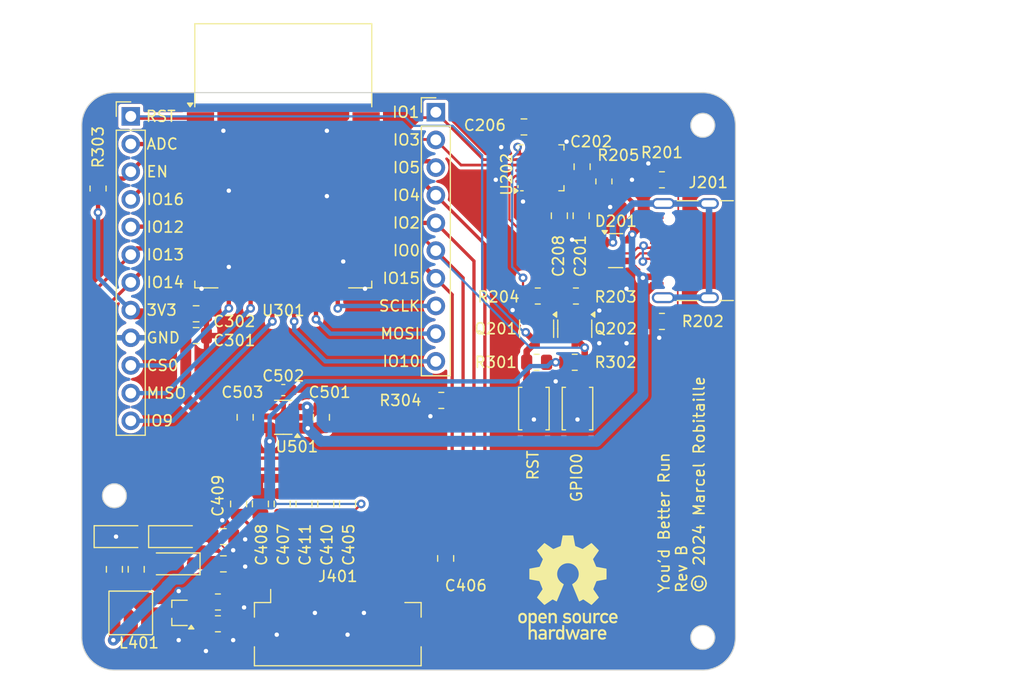
<source format=kicad_pcb>
(kicad_pcb (version 20240108) (generator "pcbnew") (generator_version "8.0")
  (layers (0 "F.Cu" signal) (1 "In1.Cu" signal) (2 "In2.Cu" signal) (31 "B.Cu" signal) (34 "B.Paste" user) (35 "F.Paste" user) (36 "B.SilkS" user "B.Silkscreen") (37 "F.SilkS" user "F.Silkscreen") (38 "B.Mask" user) (39 "F.Mask" user) (44 "Edge.Cuts" user))
  (net 0 "")
  (net 1 "GND")
  (net 2 "/EPD/GDR")
  (net 3 "/EPD/RESE")
  (net 4 "/EPD/VSH2")
  (net 5 "/EPD/SPI.SCLK")
  (net 6 "/EPD/SPI.MOSI")
  (net 7 "/EPD/EPD_RST")
  (net 8 "/EPD/EPD_D{slash}C")
  (net 9 "/EPD/EPD_BUSY")
  (net 10 "/EPD/SPI.~{CS}")
  (net 11 "/MCU/CS0")
  (net 12 "/MCU/MISO")
  (net 13 "/EPD/VDD")
  (net 14 "/EPD/VPP")
  (net 15 "/EPD/VSH1")
  (net 16 "/MCU/SCLK")
  (net 17 "/EPD/VSL")
  (net 18 "/MCU/MOSI")
  (net 19 "/EPD/VCOM")
  (net 20 "/USB/~{RTS}")
  (net 21 "Net-(Q201-B)")
  (net 22 "/MCU/~{RST}")
  (net 23 "/USB/~{DTR}")
  (net 24 "Net-(Q202-B)")
  (net 25 "/USB/VPP")
  (net 26 "/USB/D+")
  (net 27 "/USB/D-")
  (net 28 "/USB/VIO")
  (net 29 "/USB/CC2")
  (net 31 "/USB/CC1")
  (net 32 "/USB/5V")
  (net 33 "/EPD/3V3")
  (net 34 "/EPD/PREVGH")
  (net 35 "Net-(D401-A)")
  (net 36 "Net-(D402-A)")
  (net 37 "/EPD/PREVGL")
  (net 38 "/MCU/RXD")
  (net 39 "/MCU/TXD")
  (net 40 "/MCU/ADC")
  (net 41 "/MCU/GPIO10")
  (net 42 "/MCU/GPIO9")
  (net 43 "/USB/SHIELD")
  (net 44 "/MCU/GPIO5")
  (net 49 "/MCU/GPIO16")
  (net 61 "/MCU/EN")
  (net 62 "/MCU/GPIO12")
  (net 64 "/LDO/BYP")
  (net 65 "/USB/CP2104_~{RST}")
  (footprint "Capacitor_SMD:C_0805_2012Metric" (layer "F.Cu") (at 114.5 83.3 90)
    (property "Reference" "C501")
    (property "Value" "1u")
  )
  (footprint "Capacitor_SMD:C_0603_1608Metric" (layer "F.Cu") (at 111 80.8 180)
    (property "Reference" "C502")
    (property "Value" "10n	")
  )
  (footprint "Resistor_SMD:R_0805_2012Metric" (layer "F.Cu") (at 140.425 61.65 90)
    (property "Reference" "R205")
    (property "Value" "4k7")
  )
  (footprint "Capacitor_SMD:C_0805_2012Metric" (layer "F.Cu") (at 114.9 91.25 90)
    (property "Reference" "C410")
    (property "Value" "1u")
  )
  (footprint "Resistor_SMD:R_0805_2012Metric" (layer "F.Cu") (at 125.5 81.75 180)
    (property "Reference" "R304")
    (property "Value" "10k")
  )
  (footprint "Capacitor_SMD:C_0805_2012Metric" (layer "F.Cu") (at 105.5 94.25)
    (property "Reference" "C404" (hide yes))
    (property "Value" "4u7")
  )
  (footprint "Capacitor_SMD:C_0805_2012Metric" (layer "F.Cu") (at 103 75.8)
    (property "Reference" "C301")
    (property "Value" "10u")
  )
  (footprint "Capacitor_SMD:C_0805_2012Metric" (layer "F.Cu") (at 97.5 97.25 -90)
    (property "Reference" "C403" (hide yes))
    (property "Value" "4u7")
  )
  (footprint "Capacitor_SMD:C_0805_2012Metric" (layer "F.Cu") (at 133.0875 56.65 180)
    (property "Reference" "C206")
    (property "Value" "4u7")
  )
  (footprint "Resistor_SMD:R_0805_2012Metric" (layer "F.Cu") (at 134.25 78.25)
    (property "Reference" "R301")
    (property "Value" "10k")
  )
  (footprint "youdbetterrun:L_4x4x2.6" (layer "F.Cu") (at 97 101.25 90)
    (property "Reference" "L401")
    (property "Value" "10u")
  )
  (footprint "Capacitor_SMD:C_0805_2012Metric" (layer "F.Cu") (at 136.3375 64.8 -90)
    (property "Reference" "C208")
    (property "Value" "100n")
  )
  (footprint "Resistor_SMD:R_0805_2012Metric" (layer "F.Cu") (at 105 102.25)
    (property "Reference" "R402" (hide yes))
    (property "Value" "1M")
  )
  (footprint "youdbetterrun:OSHW_LOGO" (layer "F.Cu") (at 132.56787 94.136201)
    (property "Reference" "REF**" (hide yes))
    (property "Value" "OSHW_LOGO" (hide yes))
  )
  (footprint "Capacitor_SMD:C_0805_2012Metric" (layer "F.Cu") (at 95.5 97.25 90)
    (property "Reference" "C402" (hide yes))
    (property "Value" "4u7")
  )
  (footprint "Capacitor_SMD:C_0805_2012Metric" (layer "F.Cu") (at 138.3375 64.8 -90)
    (property "Reference" "C201")
    (property "Value" "4u7")
  )
  (footprint "Diode_SMD:D_SOD-123" (layer "F.Cu") (at 96 94.25)
    (property "Reference" "D402" (hide yes))
    (property "Value" "MBR0530")
  )
  (footprint "Capacitor_SMD:C_0805_2012Metric" (layer "F.Cu") (at 110.9 91.25 90)
    (property "Reference" "C407")
    (property "Value" "4u7")
  )
  (footprint "Diode_SMD:D_SOD-123" (layer "F.Cu") (at 101 94.25)
    (property "Reference" "D403" (hide yes))
    (property "Value" "MBR0530")
  )
  (footprint "Capacitor_SMD:C_0805_2012Metric" (layer "F.Cu") (at 116.9 91.25 90)
    (property "Reference" "C405")
    (property "Value" "4u7")
  )
  (footprint "youdbetterrun:USB_C_Receptacle_G-Switch_GT-USB-7010ASV" (layer "F.Cu") (at 149 68 90)
    (property "Reference" "J201")
    (property "Value" "GT-USB-7010ASV ")
  )
  (footprint "Package_TO_SOT_SMD:SOT-23-3" (layer "F.Cu") (at 137.75 75.16875 -90)
    (property "Reference" "Q202")
    (property "Value" "S8050")
  )
  (footprint "Resistor_SMD:R_0805_2012Metric" (layer "F.Cu") (at 134.35625 72.16875)
    (property "Reference" "R204")
    (property "Value" "12k")
  )
  (footprint "Resistor_SMD:R_0805_2012Metric" (layer "F.Cu") (at 137.85625 72.16875 180)
    (property "Reference" "R203")
    (property "Value" "12k")
  )
  (footprint "Capacitor_SMD:C_0805_2012Metric" (layer "F.Cu") (at 106.9 91.25 90)
    (property "Reference" "C409")
    (property "Value" "1u")
  )
  (footprint "Resistor_SMD:R_0805_2012Metric" (layer "F.Cu") (at 145.75 74.5)
    (property "Reference" "R202")
    (property "Value" "5k1")
  )
  (footprint "youdbetterrun:TS-1088R-02026_SW_SMD_3x4mm" (layer "F.Cu") (at 134 82.5 90)
    (property "Reference" "SW301" (hide yes))
    (property "Value" "TS-1088R-02026")
  )
  (footprint "RF_Module:ESP-12E" (layer "F.Cu") (at 111 59.3)
    (property "Reference" "U301")
    (property "Value" "ESP-12F")
  )
  (footprint "Connector_PinHeader_2.54mm:PinHeader_1x10_P2.54mm_Vertical" (layer "F.Cu") (at 125 55.3)
    (property "Reference" "J302" (hide yes))
    (property "Value" "Conn_01x10_Pin")
  )
  (footprint "Capacitor_SMD:C_0805_2012Metric" (layer "F.Cu") (at 105.5 96.75)
    (property "Reference" "C401" (hide yes))
    (property "Value" "4u7")
  )
  (footprint "Package_TO_SOT_SMD:SOT-23-5" (layer "F.Cu") (at 111 83.3 180)
    (property "Reference" "U501")
    (property "Value" "SPX3819M5-L-3-3")
  )
  (footprint "Capacitor_SMD:C_0805_2012Metric" (layer "F.Cu") (at 108.9 91.25 90)
    (property "Reference" "C408")
    (property "Value" "4u7")
  )
  (footprint "Capacitor_SMD:C_0805_2012Metric" (layer "F.Cu") (at 103 73.8)
    (property "Reference" "C302")
    (property "Value" "100n")
  )
  (footprint "Resistor_SMD:R_0805_2012Metric" (layer "F.Cu") (at 137.75 78.25)
    (property "Reference" "R302")
    (property "Value" "10k")
  )
  (footprint "Connector_PinHeader_2.54mm:PinHeader_1x12_P2.54mm_Vertical" (layer "F.Cu") (at 97 55.68)
    (property "Reference" "J301" (hide yes))
    (property "Value" "Conn_01x05_Pin")
  )
  (footprint "Diode_SMD:D_SOD-123" (layer "F.Cu") (at 101 96.75 180)
    (property "Reference" "D401" (hide yes))
    (property "Value" "MBR0530")
  )
  (footprint "Package_TO_SOT_SMD:SOT-323_SC-70" (layer "F.Cu") (at 101.5 101.25 180)
    (property "Reference" "Q401" (hide yes))
    (property "Value" "Q_NMOS_GSD")
  )
  (footprint "youdbetterrun:TS-1088R-02026_SW_SMD_3x4mm" (layer "F.Cu") (at 138 82.5 90)
    (property "Reference" "SW302" (hide yes))
    (property "Value" "TS-1088R-02026")
  )
  (footprint "Capacitor_SMD:C_0805_2012Metric" (layer "F.Cu") (at 107.5 83.3 90)
    (property "Reference" "C503")
    (property "Value" "10u")
  )
  (footprint "Resistor_SMD:R_0805_2012Metric" (layer "F.Cu") (at 145.75 61.5)
    (property "Reference" "R201")
    (property "Value" "5k1")
  )
  (footprint "Capacitor_SMD:C_0805_2012Metric" (layer "F.Cu") (at 112.9 91.25 90)
    (property "Reference" "C411")
    (property "Value" "4u7")
  )
  (footprint "Resistor_SMD:R_0805_2012Metric" (layer "F.Cu") (at 94 62.3 -90)
    (property "Reference" "R303")
    (property "Value" "10k")
  )
  (footprint "Capacitor_SMD:C_0805_2012Metric" (layer "F.Cu") (at 125.9 96.25 90)
    (property "Reference" "C406")
    (property "Value" "4u7")
  )
  (footprint "Connector_FFC-FPC:Hirose_FH12-24S-0.5SH_1x24-1MP_P0.50mm_Horizontal" (layer "F.Cu") (at 116 101.6)
    (property "Reference" "J401")
    (property "Value" "FH12A-24S-0.5SH(55) ")
  )
  (footprint "Capacitor_SMD:C_0805_2012Metric" (layer "F.Cu") (at 138.425 60.3 90)
    (property "Reference" "C202")
    (property "Value" "100n")
  )
  (footprint "Resistor_SMD:R_0805_2012Metric" (layer "F.Cu") (at 105 100.25)
    (property "Reference" "R401" (hide yes))
    (property "Value" "470m")
  )
  (footprint "Package_DFN_QFN:QFN-24-1EP_4x4mm_P0.5mm_EP2.6x2.6mm" (layer "F.Cu") (at 134.65 60.4 90)
    (property "Reference" "U202")
    (property "Value" "CP2104")
  )
  (footprint "Package_TO_SOT_SMD:SOT-143" (layer "F.Cu") (at 141.5 68)
    (property "Reference" "D201")
    (property "Value" "SP0503BAHT")
  )
  (footprint "Package_TO_SOT_SMD:SOT-23-3" (layer "F.Cu") (at 134.25 75.16875 -90)
    (property "Reference" "Q201")
    (property "Value" "S8050")
  )
  (gr_arc (start 92.5 56.5) (mid 93.37868 54.37868) (end 95.5 53.5) (stroke (width 0.1)) (layer "Edge.Cuts"))
  (gr_line (start 149.5 106.5) (end 95.5 106.5) (stroke (width 0.1)) (layer "Edge.Cuts"))
  (gr_arc (start 149.5 53.5) (mid 151.62132 54.37868) (end 152.5 56.5) (stroke (width 0.1)) (layer "Edge.Cuts"))
  (gr_arc (start 95.5 106.5) (mid 93.37868 105.62132) (end 92.5 103.5) (stroke (width 0.1)) (layer "Edge.Cuts"))
  (gr_arc (start 152.5 103.5) (mid 151.62132 105.62132) (end 149.5 106.5) (stroke (width 0.1)) (layer "Edge.Cuts"))
  (gr_line (start 149.5 53.5) (end 95.5 53.5) (stroke (width 0.1)) (layer "Edge.Cuts"))
  (gr_circle (center 149.5 103.5) (end 150.6 103.5) (stroke (width 0.1)) (fill none) (layer "Edge.Cuts"))
  (gr_circle (center 149.5 56.5) (end 150.6 56.5) (stroke (width 0.1)) (fill none) (layer "Edge.Cuts"))
  (gr_line (start 152.5 103.5) (end 152.5 56.5) (stroke (width 0.1)) (layer "Edge.Cuts"))
  (gr_circle (center 95.5 90.5) (end 96.6 90.5) (stroke (width 0.1)) (fill none) (layer "Edge.Cuts"))
  (gr_line (start 92.5 56.5) (end 92.5 103.5) (stroke (width 0.1)) (layer "Edge.Cuts"))
  (gr_text "IO5" (at 123.64 60.38 0) (layer "F.SilkS") (effects (font (size 1 1)) (justify right)))
  (gr_text "IO15" (at 123.64 70.54 0) (layer "F.SilkS") (effects (font (size 1 1)) (justify right)))
  (gr_text "IO9" (at 98.3 83.62 0) (layer "F.SilkS") (effects (font (size 1 1)) (justify left)))
  (gr_text "ADC" (at 98.36 58.22 0) (layer "F.SilkS") (effects (font (size 1 1)) (justify left)))
  (gr_text "CS0" (at 98.36 78.54 0) (layer "F.SilkS") (effects (font (size 1 1)) (justify left)))
  (gr_text "MOSI" (at 123.64 75.62 0) (layer "F.SilkS") (effects (font (size 1 1)) (justify right)))
  (gr_text "GPIO0" (at 138.5 86.5 90) (layer "F.SilkS") (effects (font (size 1 1)) (justify right bottom)))
  (gr_text "GND" (at 98.36 76 0) (layer "F.SilkS") (effects (font (size 1 1)) (justify left)))
  (gr_text "RST" (at 98.3 55.68 0) (layer "F.SilkS") (effects (font (size 1 1)) (justify left)))
  (gr_text "You'd Better Run\nRev B\n© 2024 Marcel Robitaille" (at 149.75 99.5 90) (layer "F.SilkS") (effects (font (size 1 1)) (justify left bottom)))
  (gr_text "IO12" (at 98.36 65.84 0) (layer "F.SilkS") (effects (font (size 1 1)) (justify left)))
  (gr_text "IO13" (at 98.36 68.38 0) (layer "F.SilkS") (effects (font (size 1 1)) (justify left)))
  (gr_text "IO2" (at 123.64 65.46 0) (layer "F.SilkS") (effects (font (size 1 1)) (justify right)))
  (gr_text "IO10" (at 123.64 78.16 0) (layer "F.SilkS") (effects (font (size 1 1)) (justify right)))
  (gr_text "MISO" (at 98.36 81.08 0) (layer "F.SilkS") (effects (font (size 1 1)) (justify left)))
  (gr_text "IO3" (at 123.64 57.84 0) (layer "F.SilkS") (effects (font (size 1 1)) (justify right)))
  (gr_text "IO14" (at 98.36 70.92 0) (layer "F.SilkS") (effects (font (size 1 1)) (justify left)))
  (gr_text "SCLK" (at 123.64 73.08 0) (layer "F.SilkS") (effects (font (size 1 1)) (justify right)))
  (gr_text "IO4" (at 123.64 62.92 0) (layer "F.SilkS") (effects (font (size 1 1)) (justify right)))
  (gr_text "3V3" (at 98.36 73.46 0) (layer "F.SilkS") (effects (font (size 1 1)) (justify left)))
  (gr_text "RST" (at 134.5 86.25 90) (layer "F.SilkS") (effects (font (size 1 1)) (justify right bottom)))
  (gr_text "EN" (at 98.36 60.76 0) (layer "F.SilkS") (effects (font (size 1 1)) (justify left)))
  (gr_text "IO16" (at 98.36 63.3 0) (layer "F.SilkS") (effects (font (size 1 1)) (justify left)))
  (gr_text "IO1" (at 123.58 55.3 0) (layer "F.SilkS") (effects (font (size 1 1)) (justify right)))
  (gr_text "IO0" (at 123.64 68 0) (layer "F.SilkS") (effects (font (size 1 1)) (justify right)))
  (segment (start 112.1375 83.3) (end 111.475001 83.3) (width 0.4) (layer "F.Cu") (net 1))
  (segment (start 108.45 83.3) (end 112.1375 83.3) (width 0.4) (layer "F.Cu") (net 1))
  (segment (start 106.45 93.8) (end 106.45 94.25) (width 0.4) (layer "F.Cu") (net 1))
  (segment (start 136.3375 65.8375) (end 137.5 67) (width 0.6) (layer "F.Cu") (net 1))
  (segment (start 111.643026 83.3) (end 111.045059 82.702033) (width 0.4) (layer "F.Cu") (net 1))
  (segment (start 105.4 92.75) (end 106.45 93.8) (width 0.4) (layer "F.Cu") (net 1))
  (segment (start 145.275 71.2) (end 145.030786 71.2) (width 0.6) (layer "F.Cu") (net 1))
  (segment (start 136.3375 65.75) (end 136.3375 65.8375) (width 0.6) (layer "F.Cu") (net 1))
  (segment (start 144.325 71.905786) (end 144.325 73.9875) (width 0.6) (layer "F.Cu") (net 1))
  (segment (start 101.4 99.25) (end 101.4 103.75) (width 0.2032) (layer "F.Cu") (net 1))
  (segment (start 114.5 82.35) (end 113.55 83.3) (width 0.4) (layer "F.Cu") (net 1))
  (segment (start 118.25 101.1) (end 118.4 101.25) (width 0.3) (layer "F.Cu") (net 1))
  (segment (start 133.9 62.3375) (end 133.9 61.15) (width 0.2032) (layer "F.Cu") (net 1))
  (segment (start 107.5 82.35) (end 108.45 83.3) (width 0.4) (layer "F.Cu") (net 1))
  (segment (start 112.1375 83.3) (end 111.643026 83.3) (width 0.4) (layer "F.Cu") (net 1))
  (segment (start 144.325 62.0125) (end 144.8375 61.5) (width 0.6) (layer "F.Cu") (net 1))
  (segment (start 144.325 64.325) (end 144.325 62.0125) (width 0.6) (layer "F.Cu") (net 1))
  (segment (start 113.75 99.75) (end 113.75 101.1) (width 0.3) (layer "F.Cu") (net 1))
  (segment (start 133.9 61.15) (end 134.65 60.4) (width 0.2032) (layer "F.Cu") (net 1))
  (segment (start 111.045059 81.529941) (end 111.775 80.8) (width 0.4) (layer "F.Cu") (net 1))
  (segment (start 133.9 62.8375) (end 133.3375 63.4) (width 0.2032) (layer "F.Cu") (net 1))
  (segment (start 133.9 62.3375) (end 133.9 62.8375) (width 0.2032) (layer "F.Cu") (net 1))
  (segment (start 118.25 99.75) (end 118.25 101.1) (width 0.3) (layer "F.Cu") (net 1))
  (segment (start 111.045059 82.702033) (end 111.045059 81.529941) (width 0.4) (layer "F.Cu") (net 1))
  (segment (start 113.75 101.1) (end 113.9 101.25) (width 0.3) (layer "F.Cu") (net 1))
  (segment (start 113.55 83.3) (end 112.1375 83.3) (width 0.4) (layer "F.Cu") (net 1))
  (segment (start 145.275 64.8) (end 144.8 64.8) (width 0.6) (layer "F.Cu") (net 1))
  (segment (start 145.030786 71.2) (end 144.325 71.905786) (width 0.6) (layer "F.Cu") (net 1))
  (segment (start 144.8 64.8) (end 144.325 64.325) (width 0.6) (layer "F.Cu") (net 1))
  (segment (start 111.475001 83.3) (end 111 83.775001) (width 0.4) (layer "F.Cu") (net 1))
  (segment (start 144.325 73.9875) (end 144.8375 74.5) (width 0.6) (layer "F.Cu") (net 1))
  (via (at 113.9 101.25) (size 0.8) (drill 0.4) (layers "F.Cu" "B.Cu") (net 1))
  (via (at 141 64) (size 0.8) (drill 0.4) (layers "F.Cu" "B.Cu") (net 1))
  (via (at 140 76.5) (size 0.8) (drill 0.4) (layers "F.Cu" "B.Cu") (net 1))
  (via (at 137.5 67) (size 0.8) (drill 0.4) (layers "F.Cu" "B.Cu") (net 1))
  (via (at 145.5 76) (size 0.8) (drill 0.4) (layers "F.Cu" "B.Cu") (net 1))
  (via (at 136 80) (size 0.8) (drill 0.4) (layers "F.Cu" "B.Cu") (net 1))
  (via (at 143 61.5) (size 0.8) (drill 0.4) (layers "F.Cu" "B.Cu") (net 1))
  (via (at 116.5 69) (size 0.8) (drill 0.4) (layers "F.Cu" "B.Cu") (net 1))
  (via (at 106 62.5) (size 0.8) (drill 0.4) (layers "F.Cu" "B.Cu") (net 1))
  (via (at 115 57) (size 0.8) (drill 0.4) (layers "F.Cu" "B.Cu") (net 1))
  (via (at 118.4 101.25) (size 0.8) (drill 0.4) (layers "F.Cu" "B.Cu") (net 1))
  (via (at 107.5 97) (size 0.8) (drill 0.4) (layers "F.Cu" "B.Cu") (net 1))
  (via (at 103.5 71.5) (size 0.8) (drill 0.4) (layers "F.Cu" "B.Cu") (net 1))
  (via (at 106.4 95.5) (size 0.8) (drill 0.4) (layers "F.Cu" "B.Cu") (net 1))
  (via (at 137 58) (size 0.8) (drill 0.4) (layers "F.Cu" "B.Cu") (net 1))
  (via (at 101.4 103.75) (size 0.8) (drill 0.4) (layers "F.Cu" "B.Cu") (net 1))
  (via (at 105.4 92.75) (size 0.8) (drill 0.4) (layers "F.Cu" "B.Cu") (net 1))
  (via (at 95.65 94.25) (size 0.8) (drill 0.4) (layers "F.Cu" "B.Cu") (net 1))
  (via (at 134 83.5) (size 0.8) (drill 0.4) (layers "F.Cu" "B.Cu") (net 1))
  (via (at 116.9 103.25) (size 0.8) (drill 0.4) (layers "F.Cu" "B.Cu") (net 1))
  (via (at 106.4 103.75) (size 0.8) (drill 0.4) (layers "F.Cu" "B.Cu") (net 1))
  (via (at 110.4 103.25) (size 0.8) (drill 0.4) (layers "F.Cu" "B.Cu") (net 1))
  (via (at 131 58.5) (size 0.8) (drill 0.4) (layers "F.Cu" "B.Cu") (net 1))
  (via (at 101.4 99.25) (size 0.8) (drill 0.4) (layers "F.Cu" "B.Cu") (net 1))
  (via (at 105.5 57) (size 0.8) (drill 0.4) (layers "F.Cu" "B.Cu") (net 1))
  (via (at 133 63.5) (size 0.8) (drill 0.4) (layers "F.Cu" "B.Cu") (net 1))
  (via (at 140 73.5) (size 0.8) (drill 0.4) (layers "F.Cu" "B.Cu") (net 1))
  (via (at 142.5 76.5) (size 0.8) (drill 0.4) (layers "F.Cu" "B.Cu") (net 1))
  (via (at 118.5 71.5) (size 0.8) (drill 0.4) (layers "F.Cu" "B.Cu") (net 1))
  (via (at 132.046369 73.461359) (size 0.8) (drill 0.4) (layers "F.Cu" "B.Cu") (net 1))
  (via (at 106 69.5) (size 0.8) (drill 0.4) (layers "F.Cu" "B.Cu") (net 1))
  (via (at 142.5 71.5) (size 0.8) (drill 0.4) (layers "F.Cu" "B.Cu") (net 1))
  (via (at 115 63) (size 0.8) (drill 0.4) (layers "F.Cu" "B.Cu") (net 1))
  (via (at 107.4 100.75) (size 0.8) (drill 0.4) (layers "F.Cu" "B.Cu") (net 1))
  (via (at 138 83.5) (size 0.8) (drill 0.4) (layers "F.Cu" "B.Cu") (net 1))
  (via (at 144.5 60) (size 0.8) (drill 0.4) (layers "F.Cu" "B.Cu") (net 1))
  (via (at 107.5 94.5) (size 0.8) (drill 0.4) (layers "F.Cu" "B.Cu") (net 1))
  (via (at 130.5 61.5) (size 0.8) (drill 0.4) (layers "F.Cu" "B.Cu") (net 1))
  (via (at 103.9 104.75) (size 0.8) (drill 0.4) (layers "F.Cu" "B.Cu") (net 1))
  (via (at 124.5 83.2) (size 0.8) (drill 0.4) (layers "F.Cu" "B.Cu") (net 1))
  (segment (start 102.5 101.9) (end 103.7375 101.9) (width 0.3) (layer "F.Cu") (net 2))
  (segment (start 104.0875 103.2675) (end 104.0875 102.25) (width 0.3) (layer "F.Cu") (net 2))
  (segment (start 119.39 105.76) (end 106.58 105.76) (width 0.3) (layer "F.Cu") (net 2))
  (segment (start 106.58 105.76) (end 104.0875 103.2675) (width 0.3) (layer "F.Cu") (net 2))
  (segment (start 121.25 99.75) (end 121.25 103.9) (width 0.3) (layer "F.Cu") (net 2))
  (segment (start 121.25 103.9) (end 119.39 105.76) (width 0.3) (layer "F.Cu") (net 2))
  (segment (start 103.7375 101.9) (end 104.0875 102.25) (width 0.3) (layer "F.Cu") (net 2))
  (segment (start 109.7738 101.6238) (end 109.2738 101.6238) (width 0.1524) (layer "F.Cu") (net 3))
  (segment (start 119.25 102.25) (end 110.4 102.25) (width 0.1524) (layer "F.Cu") (net 3))
  (segment (start 109.2738 101.6238) (end 106.9238 99.2738) (width 0.1524) (layer "F.Cu") (net 3))
  (segment (start 120.75 99.75) (end 120.75 100.75) (width 0.1524) (layer "F.Cu") (net 3))
  (segment (start 105.1238 99.575114) (end 105.1238 100.25) (width 0.1524) (layer "F.Cu") (net 3))
  (segment (start 103.7375 100.6) (end 104.0875 100.25) (width 0.3) (layer "F.Cu") (net 3))
  (segment (start 110.4 102.25) (end 109.7738 101.6238) (width 0.1524) (layer "F.Cu") (net 3))
  (segment (start 106.9238 99.2738) (end 105.425114 99.2738) (width 0.1524) (layer "F.Cu") (net 3))
  (segment (start 120.75 100.75) (end 119.25 102.25) (width 0.1524) (layer "F.Cu") (net 3))
  (segment (start 105.1238 100.25) (end 104.0875 100.25) (width 0.1524) (layer "F.Cu") (net 3))
  (segment (start 102.5 100.6) (end 103.7375 100.6) (width 0.3) (layer "F.Cu") (net 3))
  (segment (start 105.425114 99.2738) (end 105.1238 99.575114) (width 0.1524) (layer "F.Cu") (net 3))
  (segment (start 119.75 98.75) (end 119.75 99.75) (width 0.3) (layer "F.Cu") (net 4))
  (segment (start 120 98.5) (end 119.75 98.75) (width 0.3) (layer "F.Cu") (net 4))
  (segment (start 123.3 97.2) (end 122 98.5) (width 0.3) (layer "F.Cu") (net 4))
  (segment (start 125.9 97.2) (end 123.3 97.2) (width 0.3) (layer "F.Cu") (net 4))
  (segment (start 122 98.5) (end 120 98.5) (width 0.3) (layer "F.Cu") (net 4))
  (segment (start 104.15 63.8) (end 105.05 64.7) (width 0.4) (layer "F.Cu") (net 5))
  (segment (start 99.22 68.7) (end 97 70.92) (width 0.4) (layer "F.Cu") (net 5))
  (segment (start 115.75 99.75) (end 115.75 96.75) (width 0.3) (layer "F.Cu") (net 5))
  (segment (start 105.05 68.7) (end 99.22 68.7) (width 0.4) (layer "F.Cu") (net 5))
  (segment (start 94.5 73.42) (end 97 70.92) (width 0.3) (layer "F.Cu") (net 5))
  (segment (start 118.55 87.05) (end 97.05 87.05) (width 0.3) (layer "F.Cu") (net 5))
  (segment (start 120 92.5) (end 120 88.5) (width 0.3) (layer "F.Cu") (net 5))
  (segment (start 120 88.5) (end 118.55 87.05) (width 0.3) (layer "F.Cu") (net 5))
  (segment (start 105.05 64.7) (end 105.05 68.7) (width 0.4) (layer "F.Cu") (net 5))
  (segment (start 94.5 84.5) (end 94.5 73.42) (width 0.3) (layer "F.Cu") (net 5))
  (segment (start 97.05 87.05) (end 94.5 84.5) (width 0.3) (layer "F.Cu") (net 5))
  (segment (start 103.4 63.8) (end 104.15 63.8) (width 0.4) (layer "F.Cu") (net 5))
  (segment (start 115.75 96.75) (end 120 92.5) (width 0.3) (layer "F.Cu") (net 5))
  (segment (start 115.25 99.75) (end 115.25 95.825) (width 0.3) (layer "F.Cu") (net 6))
  (segment (start 93.75 71.63) (end 97 68.38) (width 0.3) (layer "F.Cu") (net 6))
  (segment (start 119.25 89.05) (end 118.25 88.05) (width 0.3) (layer "F.Cu") (net 6))
  (segment (start 96.55 88.05) (end 93.75 85.25) (width 0.3) (layer "F.Cu") (net 6))
  (segment (start 103.4 67.8) (end 97.58 67.8) (width 0.4) (layer "F.Cu") (net 6))
  (segment (start 119.25 91.825) (end 119.25 89.05) (width 0.3) (layer "F.Cu") (net 6))
  (segment (start 93.75 85.25) (end 93.75 71.63) (width 0.3) (layer "F.Cu") (net 6))
  (segment (start 118.25 88.05) (end 96.55 88.05) (width 0.3) (layer "F.Cu") (net 6))
  (segment (start 115.25 95.825) (end 119.25 91.825) (width 0.3) (layer "F.Cu") (net 6))
  (segment (start 97.58 67.8) (end 97 68.38) (width 0.4) (layer "F.Cu") (net 6))
  (segment (start 118.085787 97.5) (end 117.25 98.335787) (width 0.3) (layer "F.Cu") (net 7))
  (segment (start 125 65.46) (end 118.94 65.46) (width 0.4) (layer "F.Cu") (net 7))
  (segment (start 119 97.5) (end 118.085787 97.5) (width 0.3) (layer "F.Cu") (net 7))
  (segment (start 128.5 68.96) (end 128.5 88) (width 0.3) (layer "F.Cu") (net 7))
  (segment (start 128.5 88) (end 119 97.5) (width 0.3) (layer "F.Cu") (net 7))
  (segment (start 117.25 98.335787) (end 117.25 99.75) (width 0.3) (layer "F.Cu") (net 7))
  (segment (start 125 65.46) (end 128.5 68.96) (width 0.3) (layer "F.Cu") (net 7))
  (segment (start 118.94 65.46) (end 118.6 65.8) (width 0.4) (layer "F.Cu") (net 7))
  (segment (start 137.75 76.30625) (end 138.05625 76.30625) (width 0.6) (layer "F.Cu") (net 8))
  (segment (start 118.378681 96.5) (end 118.5 96.5) (width 0.3) (layer "F.Cu") (net 8))
  (segment (start 138.05625 76.30625) (end 138.6625 76.9125) (width 0.6) (layer "F.Cu") (net 8))
  (segment (start 125.2 68) (end 125 68) (width 0.3) (layer "F.Cu") (net 8))
  (segment (start 127.5 70.5) (end 125 68) (width 0.3) (layer "F.Cu") (net 8))
  (segment (start 117.3 66.95) (end 123.95 66.95) (width 0.3) (layer "F.Cu") (net 8))
  (segment (start 117 64.65) (end 117 66.65) (width 0.3) (layer "F.Cu") (net 8))
  (segment (start 118.6 63.8) (end 117.85 63.8) (width 0.3) (layer "F.Cu") (net 8))
  (segment (start 116.75 98.128681) (end 118.378681 96.5) (width 0.3) (layer "F.Cu") (net 8))
  (segment (start 138.6625 76.9125) (end 138.6625 78.25) (width 0.6) (layer "F.Cu") (net 8))
  (segment (start 138.6625 79.6125) (end 138 80.275) (width 0.6) (layer "F.Cu") (net 8))
  (segment (start 123.95 66.95) (end 124.646447 67.646447) (width 0.3) (layer "F.Cu") (net 8))
  (segment (start 117 66.65) (end 117.3 66.95) (width 0.3) (layer "F.Cu") (net 8))
  (segment (start 127.5 87.5) (end 127.5 70.5) (width 0.3) (layer "F.Cu") (net 8))
  (segment (start 118.5 96.5) (end 127.5 87.5) (width 0.3) (layer "F.Cu") (net 8))
  (segment (start 116.75 99.75) (end 116.75 98.128681) (width 0.3) (layer "F.Cu") (net 8))
  (segment (start 138.6625 78.25) (end 138.6625 79.6125) (width 0.6) (layer "F.Cu") (net 8))
  (segment (start 117.85 63.8) (end 117 64.65) (width 0.3) (layer "F.Cu") (net 8))
  (via (at 138.6625 76.9125) (size 0.8) (drill 0.4) (layers "F.Cu" "B.Cu") (net 8))
  (segment (start 138.6625 76.9125) (end 133.670287 76.9125) (width 0.2032) (layer "B.Cu") (net 8))
  (segment (start 125 68.242213) (end 125 68) (width 0.2032) (layer "B.Cu") (net 8))
  (segment (start 133.670287 76.9125) (end 125 68.242213) (width 0.2032) (layer "B.Cu") (net 8))
  (segment (start 129.5 88.5) (end 120 98) (width 0.3) (layer "F.Cu") (net 9))
  (segment (start 120 98) (end 118.292893 98) (width 0.3) (layer "F.Cu") (net 9))
  (segment (start 124.19 62.11) (end 123.88 61.8) (width 0.4) (layer "F.Cu") (net 9))
  (segment (start 123.88 61.8) (end 118.6 61.8) (width 0.4) (layer "F.Cu") (net 9))
  (segment (start 118.292893 98) (end 117.75 98.542893) (width 0.3) (layer "F.Cu") (net 9))
  (segment (start 125 62.92) (end 124.19 62.11) (width 0.4) (layer "F.Cu") (net 9))
  (segment (start 129.5 67.42) (end 129.5 88.5) (width 0.3) (layer "F.Cu") (net 9))
  (segment (start 117.75 98.542893) (end 117.75 99.75) (width 0.3) (layer "F.Cu") (net 9))
  (segment (start 124.19 62.11) (end 129.5 67.42) (width 0.3) (layer "F.Cu") (net 9))
  (segment (start 118.6875 67.8875) (end 118.6 67.8) (width 0.4) (layer "F.Cu") (net 10))
  (segment (start 122.3475 67.8875) (end 121.5 67.8875) (width 0.4) (layer "F.Cu") (net 10))
  (segment (start 125 70.54) (end 126.5 72.04) (width 0.3) (layer "F.Cu") (net 10))
  (segment (start 125 70.54) (end 122.3475 67.8875) (width 0.4) (layer "F.Cu") (net 10))
  (segment (start 121.5 67.8875) (end 118.6875 67.8875) (width 0.4) (layer "F.Cu") (net 10))
  (segment (start 126.5 72.04) (end 126.5 87) (width 0.3) (layer "F.Cu") (net 10))
  (segment (start 126.5 87) (end 116.25 97.25) (width 0.3) (layer "F.Cu") (net 10))
  (segment (start 116.25 97.25) (end 116.25 99.75) (width 0.3) (layer "F.Cu") (net 10))
  (segment (start 106 73.3) (end 106 71.3) (width 0.4) (layer "F.Cu") (net 11))
  (via (at 106 73.3) (size 0.8) (drill 0.4) (layers "F.Cu" "B.Cu") (net 11))
  (segment (start 100.76 78.54) (end 106 73.3) (width 0.4) (layer "B.Cu") (net 11))
  (segment (start 97 78.54) (end 100.76 78.54) (width 0.4) (layer "B.Cu") (net 11))
  (segment (start 108 73.3) (end 108 71.3) (width 0.4) (layer "F.Cu") (net 12))
  (via (at 108 73.3) (size 0.8) (drill 0.4) (layers "F.Cu" "B.Cu") (net 12))
  (segment (start 97 81.08) (end 100.22 81.08) (width 0.4) (layer "B.Cu") (net 12))
  (segment (start 100.22 81.08) (end 108 73.3) (width 0.4) (layer "B.Cu") (net 12))
  (segment (start 113.25 98.75) (end 113.25 99.75) (width 0.3) (layer "F.Cu") (net 13))
  (segment (start 113.78 93.86) (end 113.78 98.22) (width 0.3) (layer "F.Cu") (net 13))
  (segment (start 114.9 92.74) (end 113.78 93.86) (width 0.3) (layer "F.Cu") (net 13))
  (segment (start 114.9 92.2) (end 114.9 92.74) (width 0.3) (layer "F.Cu") (net 13))
  (segment (start 113.78 98.22) (end 113.25 98.75) (width 0.3) (layer "F.Cu") (net 13))
  (segment (start 112.75 92.35) (end 112.75 99.75) (width 0.3) (layer "F.Cu") (net 14))
  (segment (start 112.9 92.2) (end 112.75 92.35) (width 0.3) (layer "F.Cu") (net 14))
  (segment (start 110.9 97.23) (end 112.25 98.58) (width 0.3) (layer "F.Cu") (net 15))
  (segment (start 112.25 98.58) (end 112.25 99.75) (width 0.3) (layer "F.Cu") (net 15))
  (segment (start 110.9 92.2) (end 110.9 97.23) (width 0.3) (layer "F.Cu") (net 15))
  (segment (start 116 73.3) (end 116 71.3) (width 0.4) (layer "F.Cu") (net 16))
  (via (at 116 73.3) (size 0.8) (drill 0.4) (layers "F.Cu" "B.Cu") (net 16))
  (segment (start 116.22 73.08) (end 116 73.3) (width 0.4) (layer "B.Cu") (net 16))
  (segment (start 125 73.08) (end 116.22 73.08) (width 0.4) (layer "B.Cu") (net 16))
  (segment (start 109.53 97.03) (end 111.25 98.75) (width 0.3) (layer "F.Cu") (net 17))
  (segment (start 108.9 92.2) (end 109.25 92.55) (width 0.3) (layer "F.Cu") (net 17))
  (segment (start 108.9 92.2) (end 109.53 92.83) (width 0.3) (layer "F.Cu") (net 17))
  (segment (start 111.25 98.75) (end 111.25 99.75) (width 0.3) (layer "F.Cu") (net 17))
  (segment (start 109.53 92.83) (end 109.53 97.03) (width 0.3) (layer "F.Cu") (net 17))
  (segment (start 114 74.3) (end 114 71.3) (width 0.4) (layer "F.Cu") (net 18))
  (via (at 114 74.3) (size 0.8) (drill 0.4) (layers "F.Cu" "B.Cu") (net 18))
  (segment (start 115.32 75.62) (end 114 74.3) (width 0.4) (layer "B.Cu") (net 18))
  (segment (start 125 75.62) (end 115.32 75.62) (width 0.4) (layer "B.Cu") (net 18))
  (segment (start 106.9 92.2) (end 108.34 93.64) (width 0.3) (layer "F.Cu") (net 19))
  (segment (start 108.34 97.84) (end 110.25 99.75) (width 0.3) (layer "F.Cu") (net 19))
  (segment (start 108.34 93.64) (end 108.34 97.84) (width 0.3) (layer "F.Cu") (net 19))
  (segment (start 133 70.5) (end 133 71.725) (width 0.2032) (layer "F.Cu") (net 20))
  (segment (start 132.7125 58.7125) (end 132.5 58.5) (width 0.2032) (layer "F.Cu") (net 20))
  (segment (start 135.30625 74.03125) (end 133.44375 72.16875) (width 0.2032) (layer "F.Cu") (net 20))
  (segment (start 133 71.725) (end 133.44375 72.16875) (width 0.2032) (layer "F.Cu") (net 20))
  (segment (start 132.7125 59.15) (end 132.7125 58.7125) (width 0.2032) (layer "F.Cu") (net 20))
  (via (at 133 70.5) (size 0.8) (drill 0.4) (layers "F.Cu" "B.Cu") (net 20))
  (via (at 132.5 58.5) (size 0.8) (drill 0.4) (layers "F.Cu" "B.Cu") (net 20))
  (segment (start 132.5 58.5) (end 132.5 59) (width 0.2032) (layer "B.Cu") (net 20))
  (segment (start 132.5 59) (end 132 59.5) (width 0.2032) (layer "B.Cu") (net 20))
  (segment (start 132 59.5) (end 132 69.5) (width 0.2032) (layer "B.Cu") (net 20))
  (segment (start 132 69.5) (end 133 70.5) (width 0.2032) (layer "B.Cu") (net 20))
  (segment (start 137.4016 74.8484) (end 137.4016 72.6266) (width 0.2032) (layer "F.Cu") (net 21))
  (segment (start 137.4016 72.6266) (end 136.94375 72.16875) (width 0.2032) (layer "F.Cu") (net 21))
  (segment (start 137.08125 75.16875) (end 137.4016 74.8484) (width 0.2032) (layer "F.Cu") (net 21))
  (segment (start 133.40625 74.03125) (end 134.54375 75.16875) (width 0.2032) (layer "F.Cu") (net 21))
  (segment (start 134.54375 75.16875) (end 137.08125 75.16875) (width 0.2032) (layer "F.Cu") (net 21))
  (segment (start 134.25 76.30625) (end 133.528125 77.028125) (width 0.6) (layer "F.Cu") (net 22))
  (segment (start 133.3375 78.25) (end 133.3375 79.6125) (width 0.6) (layer "F.Cu") (net 22))
  (segment (start 97.12 55.8) (end 97 55.68) (width 0.4) (layer "F.Cu") (net 22))
  (segment (start 134.05625 76.30625) (end 133.25 75.5) (width 0.6) (layer "F.Cu") (net 22))
  (segment (start 133.3375 79.6125) (end 134 80.275) (width 0.6) (layer "F.Cu") (net 22))
  (segment (start 133.528125 77.028125) (end 133.3375 77.21875) (width 0.6) (layer "F.Cu") (net 22))
  (segment (start 103.4 55.8) (end 97.12 55.8) (width 0.4) (layer "F.Cu") (net 22))
  (segment (start 134.25 76.30625) (end 134.05625 76.30625) (width 0.6) (layer "F.Cu") (net 22))
  (segment (start 133.3375 77.21875) (end 133.3375 78.25) (width 0.6) (layer "F.Cu") (net 22))
  (via (at 133.25 75.5) (size 0.8) (drill 0.4) (layers "F.Cu" "B.Cu") (net 22))
  (segment (start 122.12 55.68) (end 122.99 56.55) (width 0.2032) (layer "B.Cu") (net 22))
  (segment (start 129.25 71.657203) (end 129.25 59.25) (width 0.2032) (layer "B.Cu") (net 22))
  (segment (start 133.092797 75.5) (end 129.25 71.657203) (width 0.2032) (layer "B.Cu") (net 22))
  (segment (start 97 55.68) (end 122.12 55.68) (width 0.2032) (layer "B.Cu") (net 22))
  (segment (start 133.25 75.5) (end 133.092797 75.5) (width 0.2032) (layer "B.Cu") (net 22))
  (segment (start 122.99 56.55) (end 126.55 56.55) (width 0.2032) (layer "B.Cu") (net 22))
  (segment (start 126.55 56.55) (end 129.25 59.25) (width 0.2032) (layer "B.Cu") (net 22))
  (segment (start 138.76875 72.16875) (end 138.76875 73.99375) (width 0.2032) (layer "F.Cu") (net 23))
  (segment (start 132.7125 61.15) (end 132.283352 61.15) (width 0.2032) (layer "F.Cu") (net 23))
  (segment (start 138.76875 73.99375) (end 138.80625 74.03125) (width 0.2032) (layer "F.Cu") (net 23))
  (segment (start 131.75 61.683352) (end 131.75 65.15) (width 0.2032) (layer "F.Cu") (net 23))
  (segment (start 132.283352 61.15) (end 131.75 61.683352) (width 0.2032) (layer "F.Cu") (net 23))
  (segment (start 131.75 65.15) (end 138.76875 72.16875) (width 0.2032) (layer "F.Cu") (net 23))
  (segment (start 136.90625 74.03125) (end 135.26875 72.39375) (width 0.2032) (layer "F.Cu") (net 24))
  (segment (start 135.26875 72.39375) (end 135.26875 72.16875) (width 0.2032) (layer "F.Cu") (net 24))
  (segment (start 134.4 57.0125) (end 134.0375 56.65) (width 0.2032) (layer "F.Cu") (net 25))
  (segment (start 134.4 58.4625) (end 134.4 57.0125) (width 0.2032) (layer "F.Cu") (net 25))
  (segment (start 146.5 67.6018) (end 146.5 68) (width 0.2032) (layer "F.Cu") (net 26))
  (segment (start 146.5 68) (end 146.25 68.25) (width 0.2032) (layer "F.Cu") (net 26))
  (segment (start 146.25 68.25) (end 145.275 68.25) (width 0.2032) (layer "F.Cu") (net 26))
  (segment (start 141.8984 69.5516) (end 142.5 68.95) (width 0.2032) (layer "F.Cu") (net 26))
  (segment (start 134.4 65.9) (end 138.0516 69.5516) (width 0.2032) (layer "F.Cu") (net 26))
  (segment (start 134.4 62.3375) (end 134.4 65.9) (width 0.2032) (layer "F.Cu") (net 26))
  (segment (start 143.75 68.25) (end 145.275 68.25) (width 0.2032) (layer "F.Cu") (net 26))
  (segment (start 143.05 68.95) (end 143.75 68.25) (width 0.2032) (layer "F.Cu") (net 26))
  (segment (start 145.275 67.25) (end 146.1482 67.25) (width 0.2032) (layer "F.Cu") (net 26))
  (segment (start 146.1482 67.25) (end 146.5 67.6018) (width 0.2032) (layer "F.Cu") (net 26))
  (segment (start 138.0516 69.5516) (end 141.8984 69.5516) (width 0.2032) (layer "F.Cu") (net 26))
  (segment (start 142.5 68.95) (end 143.05 68.95) (width 0.2032) (layer "F.Cu") (net 26))
  (segment (start 143.5 67.75) (end 143 68.25) (width 0.2032) (layer "F.Cu") (net 27))
  (segment (start 145.275 68.75) (end 144.25 68.75) (width 0.2032) (layer "F.Cu") (net 27))
  (segment (start 134.9 62.3375) (end 134.9 65.824508) (width 0.2032) (layer "F.Cu") (net 27))
  (segment (start 144.25 68.75) (end 144 69) (width 0.2032) (layer "F.Cu") (net 27))
  (segment (start 141.2 68.25) (end 140.5 68.95) (width 0.2032) (layer "F.Cu") (net 27))
  (segment (start 144.265366 67.75) (end 144.063766 67.5484) (width 0.2032) (layer "F.Cu") (net 27))
  (segment (start 145.275 67.75) (end 144.265366 67.75) (width 0.2032) (layer "F.Cu") (net 27))
  (segment (start 145.275 67.75) (end 143.5 67.75) (width 0.2032) (layer "F.Cu") (net 27))
  (segment (start 138.025492 68.95) (end 140.5 68.95) (width 0.2032) (layer "F.Cu") (net 27))
  (segment (start 134.9 65.824508) (end 138.025492 68.95) (width 0.2032) (layer "F.Cu") (net 27))
  (segment (start 143 68.25) (end 141.2 68.25) (width 0.2032) (layer "F.Cu") (net 27))
  (via (at 144.063766 67.5484) (size 0.8) (drill 0.4) (layers "F.Cu" "B.Cu") (net 27))
  (via (at 144 69) (size 0.8) (drill 0.4) (layers "F.Cu" "B.Cu") (net 27))
  (segment (start 144 67.612166) (end 144.063766 67.5484) (width 0.2032) (layer "B.Cu") (net 27))
  (segment (start 144 69) (end 144 67.612166) (width 0.2032) (layer "B.Cu") (net 27))
  (segment (start 139.1375 63.85) (end 140.425 62.5625) (width 1) (layer "F.Cu") (net 28))
  (segment (start 138.3375 63.85) (end 139.1375 63.85) (width 1) (layer "F.Cu") (net 28))
  (segment (start 146.175936 66.25) (end 147.25 65.175936) (width 0.1524) (layer "F.Cu") (net 29))
  (segment (start 147.25 62.0875) (end 146.6625 61.5) (width 0.1524) (layer "F.Cu") (net 29))
  (segment (start 145.275 66.25) (end 146.175936 66.25) (width 0.1524) (layer "F.Cu") (net 29))
  (segment (start 147.25 65.175936) (end 147.25 62.0875) (width 0.1524) (layer "F.Cu") (net 29))
  (segment (start 146.0974 69.25) (end 147.2012 70.3538) (width 0.1524) (layer "F.Cu") (net 31))
  (segment (start 147.2012 73.9613) (end 146.6625 74.5) (width 0.1524) (layer "F.Cu") (net 31))
  (segment (start 147.2012 70.3538) (end 147.2012 73.9613) (width 0.1524) (layer "F.Cu") (net 31))
  (segment (start 145.275 69.25) (end 146.0974 69.25) (width 0.1524) (layer "F.Cu") (net 31))
  (segment (start 114.34375 84.40625) (end 114.5 84.25) (width 0.4) (layer "F.Cu") (net 32))
  (segment (start 143.95 65.6) (end 143.025 66.525) (width 0.6) (layer "F.Cu") (net 32))
  (segment (start 143.025 66.525) (end 142.5 67.05) (width 0.6) (layer "F.Cu") (net 32))
  (segment (start 141.151166 61.65) (end 143.025 63.523834) (width 0.4) (layer "F.Cu") (net 32))
  (segment (start 138.425 61.25) (end 138.825 61.65) (width 0.4) (layer "F.Cu") (net 32))
  (segment (start 114.45 84.3) (end 113.25 84.3) (width 1) (layer "F.Cu") (net 32))
  (segment (start 112.1375 82.35) (end 113.167305 82.35) (width 0.1524) (layer "F.Cu") (net 32))
  (segment (start 144.1 70.4) (end 144 70.5) (width 0.6) (layer "F.Cu") (net 32))
  (segment (start 145.275 65.6) (end 143.95 65.6) (width 0.6) (layer "F.Cu") (net 32))
  (segment (start 138.825 61.65) (end 141.151166 61.65) (width 0.4) (layer "F.Cu") (net 32))
  (segment (start 143.025 63.523834) (end 143.025 66.525) (width 0.4) (layer "F.Cu") (net 32))
  (segment (start 113.167305 82.35) (end 113.175 82.342305) (width 0.1524) (layer "F.Cu") (net 32))
  (segment (start 113.25 84.3) (end 112.1375 84.3) (width 1) (layer "F.Cu") (net 32))
  (segment (start 145.275 70.4) (end 144.1 70.4) (width 0.6) (layer "F.Cu") (net 32))
  (segment (start 114.5 84.25) (end 114.45 84.3) (width 1) (layer "F.Cu") (net 32))
  (via (at 113.175 82.342305) (size 0.8) (drill 0.4) (layers "F.Cu" "B.Cu") (net 32))
  (via (at 144 70.5) (size 0.8) (drill 0.4) (layers "F.Cu" "B.Cu") (net 32))
  (via (at 113.25 84.3) (size 0.8) (drill 0.4) (layers "F.Cu" "B.Cu") (net 32))
  (via (at 143.025 66.525) (size 0.8) (drill 0.4) (layers "F.Cu" "B.Cu") (net 32))
  (segment (start 143 66.55) (end 143 69.5) (width 0.6) (layer "B.Cu") (net 32))
  (segment (start 143.025 66.525) (end 143 66.55) (width 0.6) (layer "B.Cu") (net 32))
  (segment (start 144 70.5) (end 144 81.25) (width 1) (layer "B.Cu") (net 32))
  (segment (start 144 81.25) (end 139.75 85.5) (width 1) (layer "B.Cu") (net 32))
  (segment (start 113.175 82.342305) (end 113.26 82.427305) (width 1) (layer "B.Cu") (net 32))
  (segment (start 139.75 85.5) (end 114.45 85.5) (width 1) (layer "B.Cu") (net 32))
  (segment (start 114.45 85.5) (end 113.25 84.3) (width 1) (layer "B.Cu") (net 32))
  (segment (start 143 69.5) (end 144 70.5) (width 0.6) (layer "B.Cu") (net 32))
  (segment (start 113.26 82.427305) (end 113.26 84.29) (width 1) (layer "B.Cu") (net 32))
  (segment (start 113.26 84.29) (end 113.25 84.3) (width 1) (layer "B.Cu") (net 32))
  (segment (start 95.5 103.65) (end 95.4 103.75) (width 1) (layer "F.Cu") (net 33))
  (segment (start 104.75 84.25) (end 107.5 84.25) (width 1) (layer "F.Cu") (net 33))
  (segment (start 114.75 99.75) (end 114.75 94.99) (width 0.3) (layer "F.Cu") (net 33))
  (segment (start 117.2 92.2) (end 118.15 91.25) (width 0.2032) (layer "F.Cu") (net 33))
  (segment (start 102.05 71.15) (end 103.4 69.8) (width 1) (layer "F.Cu") (net 33))
  (segment (start 102.05 81.55) (end 104.75 84.25) (width 1) (layer "F.Cu") (net 33))
  (segment (start 102.05 75.8) (end 102.05 81.55) (width 1) (layer "F.Cu") (net 33))
  (segment (start 97.34 73.8) (end 97 73.46) (width 1) (layer "F.Cu") (net 33))
  (segment (start 109.8625 85.3875) (end 109.75 85.5) (width 1) (layer "F.Cu") (net 33))
  (segment (start 95.5 101.25) (end 95.5 103.65) (width 1) (layer "F.Cu") (net 33))
  (segment (start 94 63.2125) (end 94 64.5) (width 0.4) (layer "F.Cu") (net 33))
  (segment (start 107.5 84.25) (end 108.7 84.25) (width 1) (layer "F.Cu") (net 33))
  (segment (start 116.9 92.84) (end 116.9 92.2) (width 0.3) (layer "F.Cu") (net 33))
  (segment (start 102.05 75.8) (end 102.05 73.8) (width 1) (layer "F.Cu") (net 33))
  (segment (start 102.05 73.8) (end 102.05 71.15) (width 1) (layer "F.Cu") (net 33))
  (segment (start 116.9 92.2) (end 117.2 92.2) (width 0.2032) (layer "F.Cu") (net 33))
  (segment (start 102.05 73.8) (end 97.34 73.8) (width 1) (layer "F.Cu") (net 33))
  (segment (start 109.8625 84.25) (end 109.8625 85.3875) (width 1) (layer "F.Cu") (net 33))
  (segment (start 136.8375 78.25) (end 136 78.25) (width 0.6) (layer "F.Cu") (net 33))
  (segment (start 95.5 101.25) (end 95.5 98.2) (width 1) (layer "F.Cu") (net 33))
  (segment (start 136 78.25) (end 135.1625 78.25) (width 0.6) (layer "F.Cu") (net 33))
  (segment (start 108.8 84.25) (end 109.8625 84.25) (width 1) (layer "F.Cu") (net 33))
  (segment (start 114.25 99.75) (end 114.75 99.75) (width 0.3) (layer "F.Cu") (net 33))
  (segment (start 114.75 94.99) (end 116.9 92.84) (width 0.3) (layer "F.Cu") (net 33))
  (via (at 95.4 103.75) (size 0.8) (drill 0.4) (layers "F.Cu" "B.Cu") (net 33))
  (via (at 109.75 85.5) (size 0.8) (drill 0.4) (layers "F.Cu" "B.Cu") (net 33))
  (via (at 118.15 91.25) (size 0.8) (drill 0.4) (layers "F.Cu" "B.Cu") (net 33))
  (via (at 136 78.25) (size 0.8) (drill 0.4) (layers "F.Cu" "B.Cu") (net 33))
  (via (at 94 64.5) (size 0.8) (drill 0.4) (layers "F.Cu" "B.Cu") (net 33))
  (segment (start 135.248528 78.6) (end 133.65 78.6) (width 0.4) (layer "B.Cu") (net 33))
  (segment (start 133.65 78.6) (end 132.25 80) (width 0.4) (layer "B.Cu") (net 33))
  (segment (start 135.598528 78.25) (end 135.248528 78.6) (width 0.4) (layer "B.Cu") (net 33))
  (segment (start 100.3 98.85) (end 95.4 103.75) (width 1) (layer "B.Cu") (net 33))
  (segment (start 136 78.25) (end 135.598528 78.25) (width 0.4) (layer "B.Cu") (net 33))
  (segment (start 94 70.46) (end 97 73.46) (width 0.4) (layer "B.Cu") (net 33))
  (segment (start 108.455635 91.25) (end 101.555635 98.15) (width 1) (layer "B.Cu") (net 33))
  (segment (start 109.9 91.25) (end 108.455635 91.25) (width 1) (layer "B.Cu") (net 33))
  (segment (start 94 64.5) (end 94 70.46) (width 0.4) (layer "B.Cu") (net 33))
  (segment (start 109.75 91.1) (end 109.9 91.25) (width 1) (layer "B.Cu") (net 33))
  (segment (start 113 80) (end 109.75 83.25) (width 0.4) (layer "B.Cu") (net 33))
  (segment (start 109.75 83.25) (end 109.75 85.5) (width 0.4) (layer "B.Cu") (net 33))
  (segment (start 118.15 91.25) (end 109.9 91.25) (width 0.2032) (layer "B.Cu") (net 33))
  (segment (start 100.3 98.794365) (end 100.3 98.85) (width 1) (layer "B.Cu") (net 33))
  (segment (start 109.75 85.5) (end 109.75 91.1) (width 1) (layer "B.Cu") (net 33))
  (segment (start 101.555635 98.15) (end 100.944365 98.15) (width 1) (layer "B.Cu") (net 33))
  (segment (start 100.944365 98.15) (end 100.3 98.794365) (width 1) (layer "B.Cu") (net 33))
  (segment (start 132.25 80) (end 113 80) (width 0.4) (layer "B.Cu") (net 33))
  (segment (start 111.201584 101.150816) (end 109.530816 101.150816) (width 0.1524) (layer "F.Cu") (net 34))
  (segment (start 104.55 96.75) (end 102.65 96.75) (width 1) (layer "F.Cu") (net 34))
  (segment (start 111.75 100.6024) (end 111.201584 101.150816) (width 0.1524) (layer "F.Cu") (net 34))
  (segment (start 106.08 98.53) (end 104.55 97) (width 0.1524) (layer "F.Cu") (net 34))
  (segment (start 111.75 99.75) (end 111.75 100.6024) (width 0.1524) (layer "F.Cu") (net 34))
  (segment (start 106.91 98.53) (end 106.08 98.53) (width 0.1524) (layer "F.Cu") (net 34))
  (segment (start 109.530816 101.150816) (end 106.91 98.53) (width 0.1524) (layer "F.Cu") (net 34))
  (segment (start 104.55 97) (end 104.55 96.75) (width 0.1524) (layer "F.Cu") (net 34))
  (segment (start 97.9 98.2) (end 99.35 96.75) (width 1) (layer "F.Cu") (net 35))
  (segment (start 97.5 100.25) (end 98.5 101.25) (width 1) (layer "F.Cu") (net 35))
  (segment (start 97.5 98.2) (end 97.5 100.25) (width 1) (layer "F.Cu") (net 35))
  (segment (start 97.5 98.2) (end 97.9 98.2) (width 1) (layer "F.Cu") (net 35))
  (segment (start 98.5 101.25) (end 100.5 101.25) (width 1) (layer "F.Cu") (net 35))
  (segment (start 99.35 94.25) (end 97.65 94.25) (width 1) (layer "F.Cu") (net 36))
  (segment (start 97.5 94.4) (end 97.65 94.25) (width 1) (layer "F.Cu") (net 36))
  (segment (start 97.5 96.3) (end 97.5 94.4) (width 1) (layer "F.Cu") (net 36))
  (segment (start 109.8062 100.6762) (end 106.8812 97.7512) (width 0.1524) (layer "F.Cu") (net 37))
  (segment (start 105.6738 95.3738) (end 104.55 94.25) (width 0.1524) (layer "F.Cu") (net 37))
  (segment (start 105.975114 97.7512) (end 105.6738 97.449886) (width 0.1524) (layer "F.Cu") (net 37))
  (segment (start 106.8812 97.7512) (end 105.975114 97.7512) (width 0.1524) (layer "F.Cu") (net 37))
  (segment (start 105.6738 97.449886) (end 105.6738 95.3738) (width 0.1524) (layer "F.Cu") (net 37))
  (segment (start 110.75 100.6024) (end 110.6762 100.6762) (width 0.1524) (layer "F.Cu") (net 37))
  (segment (start 104.55 94.25) (end 102.65 94.25) (width 1) (layer "F.Cu") (net 37))
  (segment (start 110.75 99.75) (end 110.75 100.6024) (width 0.1524) (layer "F.Cu") (net 37))
  (segment (start 110.6762 100.6762) (end 109.8062 100.6762) (width 0.1524) (layer "F.Cu") (net 37))
  (segment (start 125 57.84) (end 127.31 60.15) (width 0.25) (layer "F.Cu") (net 38))
  (segment (start 127.31 60.15) (end 132.7125 60.15) (width 0.25) (layer "F.Cu") (net 38))
  (segment (start 118.6 57.8) (end 124.96 57.8) (width 0.25) (layer "F.Cu") (net 38))
  (segment (start 124.96 57.8) (end 125 57.84) (width 0.25) (layer "F.Cu") (net 38))
  (segment (start 129.35 59.65) (end 125 55.3) (width 0.25) (layer "F.Cu") (net 39))
  (segment (start 124.5 55.8) (end 125 55.3) (width 0.25) (layer "F.Cu") (net 39))
  (segment (start 118.6 55.8) (end 124.5 55.8) (width 0.25) (layer "F.Cu") (net 39))
  (segment (start 132.7125 59.65) (end 129.35 59.65) (width 0.25) (layer "F.Cu") (net 39))
  (segment (start 102.98 58.22) (end 103.4 57.8) (width 0.4) (layer "F.Cu") (net 40))
  (segment (start 97 58.22) (end 102.98 58.22) (width 0.4) (layer "F.Cu") (net 40))
  (segment (start 112 74.5) (end 112 71.3) (width 0.4) (layer "F.Cu") (net 41))
  (via (at 112 74.5) (size 0.8) (drill 0.4) (layers "F.Cu" "B.Cu") (net 41))
  (segment (start 112 75.3) (end 114.86 78.16) (width 0.4) (layer "B.Cu") (net 41))
  (segment (start 114.86 78.16) (end 125 78.16) (width 0.4) (layer "B.Cu") (net 41))
  (segment (start 112 74.5) (end 112 75.3) (width 0.4) (layer "B.Cu") (net 41))
  (segment (start 110 74.5) (end 110 71.3) (width 0.4) (layer "F.Cu") (net 42))
  (via (at 110 74.5) (size 0.8) (drill 0.4) (layers "F.Cu" "B.Cu") (net 42))
  (segment (start 110 74.5) (end 100.88 83.62) (width 0.4) (layer "B.Cu") (net 42))
  (segment (start 100.88 83.62) (end 97 83.62) (width 0.4) (layer "B.Cu") (net 42))
  (segment (start 141.25 67.25) (end 140.5 67.25) (width 0.6) (layer "F.Cu") (net 43))
  (via (at 141.25 67.25) (size 0.8) (drill 0.4) (layers "F.Cu" "B.Cu") (net 43))
  (segment (start 141.25 65.5) (end 143.07 63.68) (width 0.6) (layer "B.Cu") (net 43))
  (segment (start 150.075 63.68) (end 150.075 72.32) (width 0.6) (layer "B.Cu") (net 43))
  (segment (start 141.25 67.25) (end 141.25 65.5) (width 0.6) (layer "B.Cu") (net 43))
  (segment (start 145.875 72.32) (end 150.075 72.32) (width 0.6) (layer "B.Cu") (net 43))
  (segment (start 145.875 63.68) (end 150.075 63.68) (width 0.6) (layer "B.Cu") (net 43))
  (segment (start 143.07 63.68) (end 145.875 63.68) (width 0.6) (layer "B.Cu") (net 43))
  (segment (start 124.42 59.8) (end 118.6 59.8) (width 0.4) (layer "F.Cu") (net 44))
  (segment (start 125 60.38) (end 124.42 59.8) (width 0.4) (layer "F.Cu") (net 44))
  (segment (start 98.5 61.8) (end 103.4 61.8) (width 0.4) (layer "F.Cu") (net 49))
  (segment (start 97 63.3) (end 98.5 61.8) (width 0.4) (layer "F.Cu") (net 49))
  (segment (start 103.4 59.8) (end 97.96 59.8) (width 0.4) (layer "F.Cu") (net 61))
  (segment (start 97.96 59.8) (end 97 60.76) (width 0.4) (layer "F.Cu") (net 61))
  (segment (start 96.3725 61.3875) (end 97 60.76) (width 0.4) (layer "F.Cu") (net 61))
  (segment (start 94 61.3875) (end 96.3725 61.3875) (width 0.4) (layer "F.Cu") (net 61))
  (segment (start 103.4 65.8) (end 97.04 65.8) (width 0.4) (layer "F.Cu") (net 62))
  (segment (start 97.04 65.8) (end 97 65.84) (width 0.4) (layer "F.Cu") (net 62))
  (segment (start 109.8625 81.1625) (end 110.225 80.8) (width 0.6) (layer "F.Cu") (net 64))
  (segment (start 109.8625 82.35) (end 109.8625 81.1625) (width 0.6) (layer "F.Cu") (net 64))
  (segment (start 139.492956 60.7375) (end 140.425 60.7375) (width 0.3) (layer "F.Cu") (net 65))
  (segment (start 136.5875 60.65) (end 137.085096 60.65) (width 0.3) (layer "F.Cu") (net 65))
  (segment (start 137.335096 60.4) (end 139.155456 60.4) (width 0.3) (layer "F.Cu") (net 65))
  (segment (start 137.085096 60.65) (end 137.335096 60.4) (width 0.3) (layer "F.Cu") (net 65))
  (segment (start 139.155456 60.4) (end 139.492956 60.7375) (width 0.3) (layer "F.Cu") (net 65))
  (zone (net 28) (net_name "/USB/VIO") (layer "F.Cu") (priority 1) (connect_pads yes (clearance 0.2)) (min_thickness 0.25) (fill yes (thermal_gap 0.5) (thermal_bridge_width 0.5))
    (polygon (pts (xy 135.0875 61.9) (xy 135.0875 64.65) (xy 139.3375 64.65) (xy 139.3375 62.9) (xy 136.0875 61.9)))
  )
  (zone (net 32) (net_name "/USB/5V") (layer "F.Cu") (priority 2) (connect_pads yes (clearance 0.2)) (min_thickness 0.25) (fill yes (thermal_gap 0.5) (thermal_bridge_width 0.5))
    (polygon (pts (xy 136.0875 60.9) (xy 136.0875 61.9) (xy 139.3375 61.9) (xy 139.3375 60.65) (xy 137.5875 60.65)))
  )
  (zone (net 1) (net_name "GND") (layers "F.Cu" "In1.Cu" "In2.Cu" "B.Cu") (connect_pads (clearance 0.3)) (min_thickness 0.25) (fill yes (thermal_gap 0.5) (thermal_bridge_width 0.5))
    (polygon (pts (xy 85 45) (xy 85 109) (xy 179 109) (xy 179 45)))
  )
)
</source>
